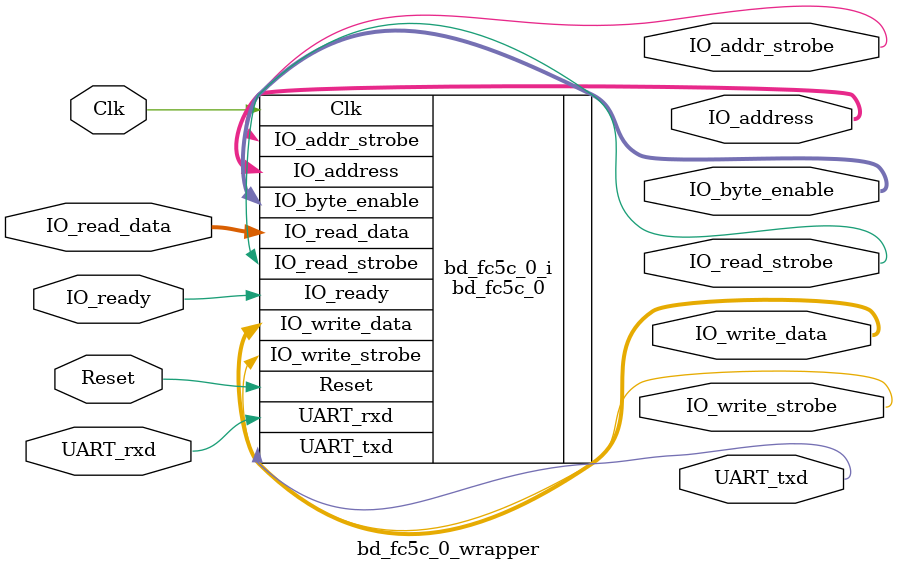
<source format=v>
`timescale 1 ps / 1 ps

module bd_fc5c_0_wrapper
   (Clk,
    IO_addr_strobe,
    IO_address,
    IO_byte_enable,
    IO_read_data,
    IO_read_strobe,
    IO_ready,
    IO_write_data,
    IO_write_strobe,
    Reset,
    UART_rxd,
    UART_txd);
  input Clk;
  output IO_addr_strobe;
  output [31:0]IO_address;
  output [3:0]IO_byte_enable;
  input [31:0]IO_read_data;
  output IO_read_strobe;
  input IO_ready;
  output [31:0]IO_write_data;
  output IO_write_strobe;
  input Reset;
  input UART_rxd;
  output UART_txd;

  wire Clk;
  wire IO_addr_strobe;
  wire [31:0]IO_address;
  wire [3:0]IO_byte_enable;
  wire [31:0]IO_read_data;
  wire IO_read_strobe;
  wire IO_ready;
  wire [31:0]IO_write_data;
  wire IO_write_strobe;
  wire Reset;
  wire UART_rxd;
  wire UART_txd;

  bd_fc5c_0 bd_fc5c_0_i
       (.Clk(Clk),
        .IO_addr_strobe(IO_addr_strobe),
        .IO_address(IO_address),
        .IO_byte_enable(IO_byte_enable),
        .IO_read_data(IO_read_data),
        .IO_read_strobe(IO_read_strobe),
        .IO_ready(IO_ready),
        .IO_write_data(IO_write_data),
        .IO_write_strobe(IO_write_strobe),
        .Reset(Reset),
        .UART_rxd(UART_rxd),
        .UART_txd(UART_txd));
endmodule

</source>
